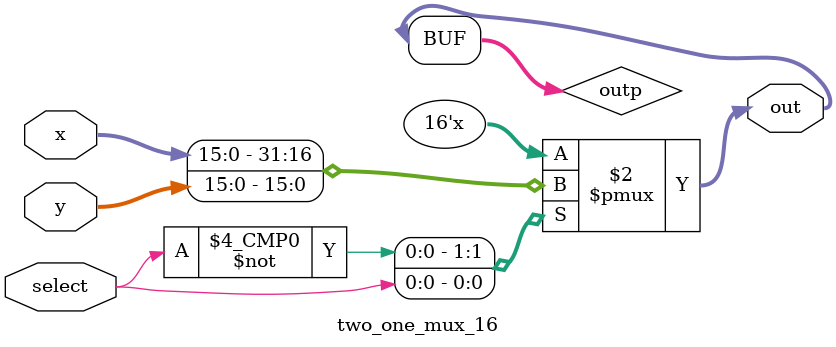
<source format=sv>
module two_one_mux_16 (input 	[15:0] 	x, y,
							  input			select,
							  output	[15:0] 	out);
							  
		reg [15:0] outp;
		always @ (select or x or y)
		begin: MUX
			case(select)
				1'b0 : outp = x;
				1'b1 : outp = y;
			endcase
		end
		assign out = outp;
endmodule

</source>
